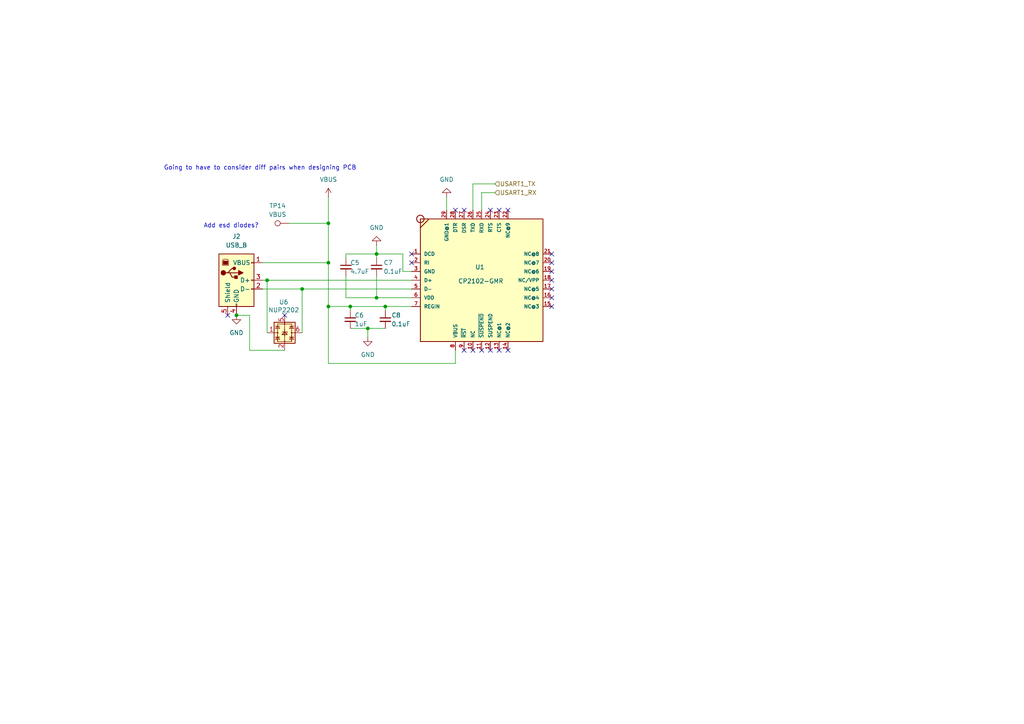
<source format=kicad_sch>
(kicad_sch (version 20231120) (generator "eeschema") (generator_version "8.0")
  (paper "A4")
  (lib_symbols
    (symbol "Connector:TestPoint" (pin_numbers hide) (pin_names (offset 0.762) hide)
      (property "Reference" "TP" (at 0 6.858 0))
      (property "Value" "TestPoint" (at 0 5.08 0))
      (symbol "TestPoint_0_1"
        (circle (center 0 3.302) (radius 0.762))
      )
      (symbol "TestPoint_1_1"
        (pin passive line (at 0 0 90) (length 2.54) (name "1") (number "1"))
      )
    )
    (symbol "Connector:USB_B" (pin_names (offset 1.016))
      (property "Reference" "J2" (at 0 12.7 0))
      (property "Value" "USB_B" (at 0 10.16 0))
      (symbol "USB_B_0_1"
        (rectangle (start -5.08 -7.62) (end 5.08 7.62) (stroke (width 0.254)) (fill (type background)))
        (circle (center -3.81 2.159) (radius 0.635) (stroke (width 0.254)) (fill (type outline)))
        (rectangle (start -3.81 5.588) (end -2.54 4.572) (fill (type outline)))
        (circle (center -0.635 3.429) (radius 0.381) (stroke (width 0.254)) (fill (type outline)))
        (rectangle (start -0.127 -7.62) (end 0.127 -6.858))
        (polyline (pts (xy -1.905 2.159) (xy 0.635 2.159)) (stroke (width 0.254)))
        (polyline (pts (xy -3.175 2.159) (xy -2.54 2.159) (xy -1.27 3.429) (xy -0.635 3.429)) (stroke (width 0.254)))
        (polyline (pts (xy -2.54 2.159) (xy -1.905 2.159) (xy -1.27 0.889) (xy 0 0.889)) (stroke (width 0.254)))
        (polyline (pts (xy 0.635 2.794) (xy 0.635 1.524) (xy 1.905 2.159) (xy 0.635 2.794)) (stroke (width 0.254)) (fill (type outline)))
        (polyline (pts (xy -4.064 4.318) (xy -2.286 4.318) (xy -2.286 5.715) (xy -2.667 6.096) (xy -3.683 6.096) (xy -4.064 5.715) (xy -4.064 4.318)))
        (rectangle (start 0.254 1.27) (end -0.508 0.508) (stroke (width 0.254)) (fill (type outline)))
        (rectangle (start 5.08 -2.667) (end 4.318 -2.413))
        (rectangle (start 5.08 -0.127) (end 4.318 0.127))
        (rectangle (start 5.08 4.953) (end 4.318 5.207))
      )
      (symbol "USB_B_1_1"
        (pin power_out line (at 7.62 5.08 180) (length 2.54) (name "VBUS") (number "1"))
        (pin bidirectional line (at 7.62 -2.54 180) (length 2.54) (name "D-") (number "2"))
        (pin bidirectional line (at 7.62 0 180) (length 2.54) (name "D+") (number "3"))
        (pin bidirectional line (at 0 -10.16 90) (length 2.54) (name "GND") (number "4"))
        (pin passive line (at -2.54 -10.16 90) (length 2.54) (name "Shield") (number "5"))
      )
    )
    (symbol "Device:C_Small" (pin_numbers hide) (pin_names (offset 0.254) hide)
      (property "Reference" "C" (at 0.254 1.778 0))
      (property "Value" "C_Small" (at 0.254 -2.032 0))
      (symbol "C_Small_0_1"
        (polyline (pts (xy -1.524 -0.508) (xy 1.524 -0.508)) (stroke (width 0.3302)))
        (polyline (pts (xy -1.524 0.508) (xy 1.524 0.508)) (stroke (width 0.3048)))
      )
      (symbol "C_Small_1_1"
        (pin passive line (at 0 2.54 270) (length 2.032) (name "~") (number "1"))
        (pin passive line (at 0 -2.54 90) (length 2.032) (name "~") (number "2"))
      )
    )
    (symbol "EinkComponentLibrary:INTERFACE-CP2102-GMR_QFN28_" (pin_names (offset 1.016))
      (property "Reference" "U" (at -17.8087 20.3528 0))
      (property "Value" "INTERFACE-CP2102-GMR_QFN28_" (at -14.986 -3.302 0))
      (symbol "INTERFACE-CP2102-GMR_QFN28__0_0"
        (circle (center -17.78 17.78) (radius 1.0776) (stroke (width 0.254)))
        (rectangle (start -17.78 17.78) (end 17.78 -17.78) (stroke (width 0.254)) (fill (type background)))
        (polyline (pts (xy -17.78 15.24) (xy -15.24 17.78)) (stroke (width 0.254)))
        (pin bidirectional line (at -20.32 7.62 0) (length 2.54) (name "DCD") (number "1"))
        (pin bidirectional line (at -2.54 -20.32 90) (length 2.54) (name "NC") (number "10"))
        (pin bidirectional line (at 0 -20.32 90) (length 2.54) (name "~{SUSPEND}") (number "11"))
        (pin bidirectional line (at 2.54 -20.32 90) (length 2.54) (name "SUSPEND") (number "12"))
        (pin bidirectional line (at 5.08 -20.32 90) (length 2.54) (name "NC@1") (number "13"))
        (pin bidirectional line (at 7.62 -20.32 90) (length 2.54) (name "NC@2") (number "14"))
        (pin bidirectional line (at 20.32 -7.62 180) (length 2.54) (name "NC@3") (number "15"))
        (pin bidirectional line (at 20.32 -5.08 180) (length 2.54) (name "NC@4") (number "16"))
        (pin bidirectional line (at 20.32 -2.54 180) (length 2.54) (name "NC@5") (number "17"))
        (pin bidirectional line (at 20.32 0 180) (length 2.54) (name "NC/VPP") (number "18"))
        (pin bidirectional line (at 20.32 2.54 180) (length 2.54) (name "NC@6") (number "19"))
        (pin bidirectional line (at -20.32 5.08 0) (length 2.54) (name "RI") (number "2"))
        (pin bidirectional line (at 20.32 5.08 180) (length 2.54) (name "NC@7") (number "20"))
        (pin bidirectional line (at 20.32 7.62 180) (length 2.54) (name "NC@8") (number "21"))
        (pin bidirectional line (at 7.62 20.32 270) (length 2.54) (name "NC@9") (number "22"))
        (pin bidirectional line (at 5.08 20.32 270) (length 2.54) (name "CTS") (number "23"))
        (pin bidirectional line (at 2.54 20.32 270) (length 2.54) (name "RTS") (number "24"))
        (pin bidirectional line (at 0 20.32 270) (length 2.54) (name "RXD") (number "25"))
        (pin bidirectional line (at -2.54 20.32 270) (length 2.54) (name "TXD") (number "26"))
        (pin bidirectional line (at -5.08 20.32 270) (length 2.54) (name "DSR") (number "27"))
        (pin bidirectional line (at -7.62 20.32 270) (length 2.54) (name "DTR") (number "28"))
        (pin bidirectional line (at -10.16 20.32 270) (length 2.54) (name "GND@1") (number "29"))
        (pin bidirectional line (at -20.32 2.54 0) (length 2.54) (name "GND") (number "3"))
        (pin bidirectional line (at -20.32 0 0) (length 2.54) (name "D+") (number "4"))
        (pin bidirectional line (at -20.32 -2.54 0) (length 2.54) (name "D-") (number "5"))
        (pin bidirectional line (at -20.32 -5.08 0) (length 2.54) (name "VDD") (number "6"))
        (pin bidirectional line (at -20.32 -7.62 0) (length 2.54) (name "REGIN") (number "7"))
        (pin bidirectional line (at -7.62 -20.32 90) (length 2.54) (name "VBUS") (number "8"))
        (pin bidirectional line (at -5.08 -20.32 90) (length 2.54) (name "~{RST}") (number "9"))
      )
    )
    (symbol "Power_Protection:NUP2202"
      (property "Reference" "U" (at -5.334 -2.54 0))
      (property "Value" "NUP2202" (at 6.35 1.27 90))
      (symbol "NUP2202_0_1"
        (rectangle (start -3.048 3.048) (end 3.048 -3.048) (stroke (width 0.254)) (fill (type background)))
        (circle (center -2.032 0) (radius 0.127))
        (circle (center -2.032 0) (radius 0.127))
        (circle (center 0 -2.54) (radius 0.127))
        (polyline (pts (xy -2.667 -1.27) (xy -1.397 -1.27)))
        (polyline (pts (xy -2.667 -1.27) (xy -1.397 -1.27)))
        (polyline (pts (xy -2.667 1.905) (xy -1.397 1.905)))
        (polyline (pts (xy -2.54 0) (xy -2.032 0)))
        (polyline (pts (xy -2.032 -2.54) (xy -2.032 -0.635)))
        (polyline (pts (xy -2.032 -2.54) (xy -2.032 -0.635)))
        (polyline (pts (xy -2.032 0.635) (xy -2.032 -0.635)))
        (polyline (pts (xy -2.032 0.635) (xy -2.032 2.54)))
        (polyline (pts (xy -2.032 2.54) (xy 2.032 2.54)))
        (polyline (pts (xy -0.762 0.254) (xy 0.762 0.254)))
        (polyline (pts (xy 0 -0.889) (xy 0 -2.54)))
        (polyline (pts (xy 0 -0.889) (xy 0 1.016)))
        (polyline (pts (xy 0 -0.889) (xy 0 1.016)))
        (polyline (pts (xy 0 1.016) (xy 0 3.81)))
        (polyline (pts (xy 0.762 0) (xy 0.762 0.254)))
        (polyline (pts (xy 1.397 -1.27) (xy 2.667 -1.27)))
        (polyline (pts (xy 1.397 -1.27) (xy 2.667 -1.27)))
        (polyline (pts (xy 1.397 1.905) (xy 2.667 1.905)))
        (polyline (pts (xy 2.032 -2.54) (xy -2.032 -2.54)))
        (polyline (pts (xy 2.032 -2.54) (xy 2.032 -0.635)))
        (polyline (pts (xy 2.032 -2.54) (xy 2.032 -0.635)))
        (polyline (pts (xy 2.032 0) (xy 2.54 0)))
        (polyline (pts (xy 2.032 0.635) (xy 2.032 -0.635)))
        (polyline (pts (xy 2.032 0.635) (xy 2.032 2.54)))
        (polyline (pts (xy -2.667 -1.905) (xy -1.397 -1.905) (xy -2.032 -1.27) (xy -2.667 -1.905)))
        (polyline (pts (xy -2.667 1.27) (xy -1.397 1.27) (xy -2.032 1.905) (xy -2.667 1.27)))
        (polyline (pts (xy -0.762 -0.508) (xy 0.762 -0.508) (xy 0 0.254) (xy -0.762 -0.508)))
        (polyline (pts (xy -0.762 -0.508) (xy 0.762 -0.508) (xy 0 0.254) (xy -0.762 -0.508)))
        (polyline (pts (xy 1.397 -1.905) (xy 2.667 -1.905) (xy 2.032 -1.27) (xy 1.397 -1.905)))
        (polyline (pts (xy 1.397 1.27) (xy 2.667 1.27) (xy 2.032 1.905) (xy 1.397 1.27)))
        (circle (center 0 2.54) (radius 0.127))
        (circle (center 2.032 0) (radius 0.127))
        (circle (center 2.032 0) (radius 0.127))
      )
      (symbol "NUP2202_1_1"
        (pin passive line (at -5.08 0 0) (length 2.54) (name "~") (number "1"))
        (pin passive line (at 0 -5.08 90) (length 2.54) (name "~") (number "2"))
        (pin no_connect line (at 0 -2.54 90) (length 2.54) hide (name "~") (number "3"))
        (pin no_connect line (at 0 2.54 270) (length 2.54) hide (name "~") (number "4"))
        (pin passive line (at 0 5.08 270) (length 2.54) (name "~") (number "5"))
        (pin passive line (at 5.08 0 180) (length 2.54) (name "~") (number "6"))
      )
    )
    (symbol "power:GND" (power) (pin_numbers hide) (pin_names (offset 0) hide)
      (property "Value" "GND" (at 0 -3.81 0))
      (symbol "GND_0_1"
        (polyline (pts (xy 0 0) (xy 0 -1.27) (xy 1.27 -1.27) (xy 0 -2.54) (xy -1.27 -1.27) (xy 0 -1.27)))
      )
      (symbol "GND_1_1"
        (pin power_in line (at 0 0 270) (length 0) (name "~") (number "1"))
      )
    )
    (symbol "power:VBUS" (power) (pin_numbers hide) (pin_names (offset 0) hide)
      (property "Value" "VBUS" (at 0 3.556 0))
      (symbol "VBUS_0_1"
        (polyline (pts (xy -0.762 1.27) (xy 0 2.54)))
        (polyline (pts (xy 0 0) (xy 0 2.54)))
        (polyline (pts (xy 0 2.54) (xy 0.762 1.27)))
      )
      (symbol "VBUS_1_1"
        (pin power_in line (at 0 0 90) (length 0) (name "~") (number "1"))
      )
    )
  )
  (junction (at 101.6 88.9))
  (junction (at 109.22 86.36))
  (junction (at 95.25 88.9))
  (junction (at 95.25 64.77))
  (junction (at 95.25 76.2))
  (junction (at 106.68 95.25))
  (junction (at 109.22 73.66))
  (junction (at 87.63 83.82))
  (junction (at 68.58 91.44))
  (junction (at 111.76 88.9))
  (junction (at 77.47 81.28))
  (no_connect (at 66.04 91.44))
  (no_connect (at 160.02 83.82))
  (no_connect (at 160.02 73.66))
  (no_connect (at 160.02 76.2))
  (no_connect (at 119.38 76.2))
  (no_connect (at 137.16 101.6))
  (no_connect (at 160.02 86.36))
  (no_connect (at 142.24 60.96))
  (no_connect (at 132.08 60.96))
  (no_connect (at 82.55 91.44))
  (no_connect (at 119.38 73.66))
  (no_connect (at 160.02 81.28))
  (no_connect (at 134.62 60.96))
  (no_connect (at 142.24 101.6))
  (no_connect (at 160.02 78.74))
  (no_connect (at 144.78 60.96))
  (no_connect (at 147.32 101.6))
  (no_connect (at 147.32 60.96))
  (no_connect (at 160.02 88.9))
  (no_connect (at 134.62 101.6))
  (no_connect (at 144.78 101.6))
  (no_connect (at 139.7 101.6))
  (wire (pts (xy 100.33 74.93) (xy 100.33 73.66)))
  (wire (pts (xy 129.54 57.15) (xy 129.54 60.96)))
  (wire (pts (xy 77.47 81.28) (xy 77.47 96.52)))
  (wire (pts (xy 72.39 91.44) (xy 68.58 91.44)))
  (wire (pts (xy 139.7 55.88) (xy 143.51 55.88)))
  (wire (pts (xy 109.22 86.36) (xy 119.38 86.36)))
  (wire (pts (xy 95.25 105.41) (xy 95.25 88.9)))
  (wire (pts (xy 101.6 88.9) (xy 111.76 88.9)))
  (wire (pts (xy 95.25 88.9) (xy 101.6 88.9)))
  (wire (pts (xy 119.38 78.74) (xy 116.84 78.74)))
  (wire (pts (xy 132.08 105.41) (xy 95.25 105.41)))
  (wire (pts (xy 101.6 95.25) (xy 106.68 95.25)))
  (wire (pts (xy 137.16 60.96) (xy 137.16 53.34)))
  (wire (pts (xy 101.6 88.9) (xy 101.6 90.17)))
  (wire (pts (xy 95.25 64.77) (xy 83.82 64.77)))
  (wire (pts (xy 111.76 88.9) (xy 111.76 90.17)))
  (wire (pts (xy 76.2 83.82) (xy 87.63 83.82)))
  (wire (pts (xy 72.39 101.6) (xy 72.39 91.44)))
  (wire (pts (xy 106.68 95.25) (xy 111.76 95.25)))
  (wire (pts (xy 95.25 88.9) (xy 95.25 76.2)))
  (wire (pts (xy 137.16 53.34) (xy 143.51 53.34)))
  (wire (pts (xy 77.47 81.28) (xy 119.38 81.28)))
  (wire (pts (xy 109.22 80.01) (xy 109.22 86.36)))
  (wire (pts (xy 76.2 81.28) (xy 77.47 81.28)))
  (wire (pts (xy 95.25 64.77) (xy 95.25 76.2)))
  (wire (pts (xy 100.33 73.66) (xy 109.22 73.66)))
  (wire (pts (xy 95.25 57.15) (xy 95.25 64.77)))
  (wire (pts (xy 106.68 95.25) (xy 106.68 97.79)))
  (wire (pts (xy 87.63 83.82) (xy 87.63 96.52)))
  (wire (pts (xy 109.22 73.66) (xy 109.22 74.93)))
  (wire (pts (xy 139.7 60.96) (xy 139.7 55.88)))
  (wire (pts (xy 116.84 78.74) (xy 116.84 73.66)))
  (wire (pts (xy 109.22 71.12) (xy 109.22 73.66)))
  (wire (pts (xy 100.33 86.36) (xy 109.22 86.36)))
  (wire (pts (xy 100.33 80.01) (xy 100.33 86.36)))
  (wire (pts (xy 82.55 101.6) (xy 72.39 101.6)))
  (wire (pts (xy 111.76 88.9) (xy 119.38 88.9)))
  (wire (pts (xy 76.2 76.2) (xy 95.25 76.2)))
  (wire (pts (xy 87.63 83.82) (xy 119.38 83.82)))
  (wire (pts (xy 109.22 73.66) (xy 116.84 73.66)))
  (wire (pts (xy 132.08 105.41) (xy 132.08 101.6)))
  (text "Add esd diodes?" (at 67.056 65.532 0) (effects (font (size 1.27 1.27))))
  (text "Going to have to consider diff pairs when designing PCB\n" (at 75.438 48.768 0) (effects (font (size 1.27 1.27))))
  (hierarchical_label "USART1_RX" (shape input) (at 143.51 55.88 0))
  (hierarchical_label "USART1_TX" (shape input) (at 143.51 53.34 0))
  (symbol (lib_id "Connector:TestPoint") (at 83.82 64.77 90) (unit 1)
    (property "Reference" "TP14" (at 80.518 59.69 90))
    (property "Value" "VBUS" (at 80.518 62.23 90))
    (property "Description" "test point" (effects (hide yes)))
  )
  (symbol (lib_id "Device:C_Small") (at 101.6 92.71 0) (unit 1)
    (property "Reference" "C6" (at 102.87 91.44 0) (effects (justify left)))
    (property "Value" "1uF" (at 102.87 93.98 0) (effects (justify left)))
    (property "Footprint" "Capacitor_SMD:C_0805_2012Metric_Pad1.18x1.45mm_HandSolder" (effects (hide yes)))
    (property "Description" "Unpolarized capacitor, small symbol" (effects (hide yes)))
  )
  (symbol (lib_id "power:GND") (at 68.58 91.44 0) (unit 1)
    (property "Reference" "#PWR05" (effects (hide yes)))
    (property "Value" "GND" (at 68.58 96.52 0))
    (property "Description" "Power symbol creates a global label with name \"GND\" , ground" (effects (hide yes)))
  )
  (symbol (lib_id "EinkComponentLibrary:INTERFACE-CP2102-GMR_QFN28_") (at 139.7 81.28 0) (unit 1)
    (property "Reference" "U1" (at 139.192 77.47 0))
    (property "Value" "CP2102-GMR" (at 139.446 81.534 0))
    (property "Footprint" "PCB_Lib:CP2102" (effects (hide yes)))
    (property "MPN" "CP2102-GMR" (effects (hide yes)))
  )
  (symbol (lib_id "Device:C_Small") (at 100.33 77.47 0) (unit 1)
    (property "Reference" "C5" (at 101.6 76.2 0) (effects (justify left)))
    (property "Value" "4.7uF" (at 101.6 78.74 0) (effects (justify left)))
    (property "Footprint" "Capacitor_SMD:C_0805_2012Metric_Pad1.18x1.45mm_HandSolder" (effects (hide yes)))
    (property "Description" "Unpolarized capacitor, small symbol" (effects (hide yes)))
  )
  (symbol (lib_id "power:VBUS") (at 95.25 57.15 0) (unit 1)
    (property "Reference" "#PWR09" (effects (hide yes)))
    (property "Value" "VBUS" (at 95.25 52.07 0))
    (property "Description" "Power symbol creates a global label with name \"VBUS\"" (effects (hide yes)))
  )
  (symbol (lib_id "power:GND") (at 129.54 57.15 180) (unit 1)
    (property "Reference" "#PWR08" (effects (hide yes)))
    (property "Value" "GND" (at 129.54 52.07 0))
    (property "Description" "Power symbol creates a global label with name \"GND\" , ground" (effects (hide yes)))
  )
  (symbol (lib_id "power:GND") (at 109.22 71.12 180) (unit 1)
    (property "Reference" "#PWR07" (effects (hide yes)))
    (property "Value" "GND" (at 109.22 66.04 0))
    (property "Description" "Power symbol creates a global label with name \"GND\" , ground" (effects (hide yes)))
  )
  (symbol (lib_id "Device:C_Small") (at 109.22 77.47 0) (unit 1)
    (property "Reference" "C7" (at 111.252 76.2 0) (effects (justify left)))
    (property "Value" "0.1uF" (at 111.252 78.74 0) (effects (justify left)))
    (property "Footprint" "Capacitor_SMD:C_0805_2012Metric_Pad1.18x1.45mm_HandSolder" (effects (hide yes)))
    (property "Description" "Unpolarized capacitor, small symbol" (effects (hide yes)))
  )
  (symbol (lib_id "Device:C_Small") (at 111.76 92.71 0) (unit 1)
    (property "Reference" "C8" (at 113.538 91.44 0) (effects (justify left)))
    (property "Value" "0.1uF" (at 113.538 93.98 0) (effects (justify left)))
    (property "Footprint" "Capacitor_SMD:C_0805_2012Metric_Pad1.18x1.45mm_HandSolder" (effects (hide yes)))
    (property "Description" "Unpolarized capacitor, small symbol" (effects (hide yes)))
  )
  (symbol (lib_id "power:GND") (at 106.68 97.79 0) (unit 1)
    (property "Reference" "#PWR06" (effects (hide yes)))
    (property "Value" "GND" (at 106.68 102.87 0))
    (property "Description" "Power symbol creates a global label with name \"GND\" , ground" (effects (hide yes)))
  )
  (symbol (lib_id "Connector:USB_B") (at 68.58 81.28 0) (unit 1)
    (property "Reference" "J2" (at 68.58 68.58 0))
    (property "Value" "USB_B" (at 68.58 71.12 0))
    (property "Footprint" "Connector_USB:USB_B_TE_5787834_Vertical" (effects (hide yes)))
    (property "Description" "USB Type B connector" (effects (hide yes)))
  )
  (symbol (lib_id "Power_Protection:NUP2202") (at 82.55 96.52 0) (unit 1)
    (property "Reference" "U6" (at 82.296 87.63 0))
    (property "Value" "NUP2202" (at 82.296 89.916 0))
    (property "Footprint" "Package_TO_SOT_SMD:SOT-363_SC-70-6" (effects (hide yes)))
    (property "Datasheet" "https://www.onsemi.com/pdf/datasheet/nup2202w1-d.pdf" (effects (hide yes)))
    (property "Description" "Transient voltage suppressor designed to protect high speed data lines from ESD, EFT, and lightning" (effects (hide yes)))
  )
)
</source>
